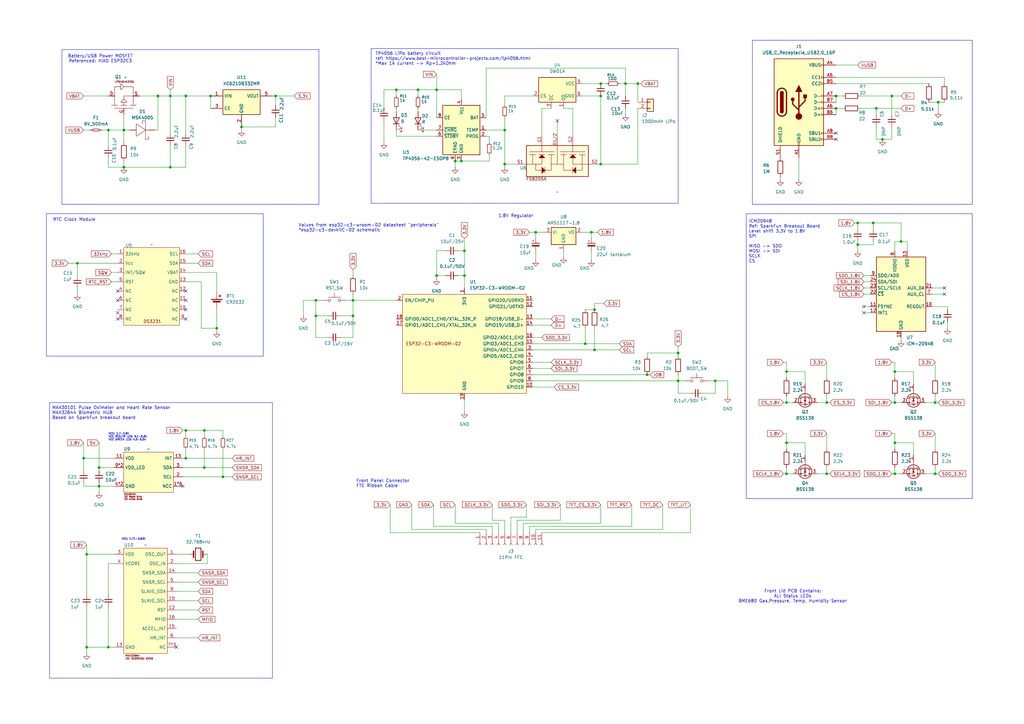
<source format=kicad_sch>
(kicad_sch (version 20250114) (generator "eeschema") (generator_version "9.0")
  (paper "A3")
  (title_block (title "Mission Control Watch - Version 2") (company "mechameka") (comment 1 "ESP32 circuit referenced from artronshop"))
  (rectangle (start 20.32 165.1) (end 111.76 278.13))
  (rectangle (start 19.05 87.63) (end 107.95 146.05))
  (rectangle (start 308.61 16.51) (end 398.78 83.82))
  (rectangle (start 306.07 87.63) (end 398.78 204.47))
  (rectangle (start 25.4 20.32) (end 130.81 83.82))
  (rectangle (start 152.2088 19.906) (end 278.13 83.406))
  (text "1.8V Regulator\n" (at 211.582 88.646 0) (effects (font (size 1.27 1.27))))
  (text "Values from esp32-c3-wroom-02 datasheet \"peripherals\"\n*esp32-c3-devkitC-02 schematic" (at 122.428 93.472 0) (effects (font (size 1.27 1.27)) (justify left)))
  (text "Front Panel Connector\nFTC Ribbon Cable" (at 146.05 198.374 0) (effects (font (size 1.27 1.27)) (justify left)))
  (text "Front Lid PCB Contains:\nALl Status LEDs\nBME680 Gas,Pressure, Temp, Humidity Sensor\n" (at 325.12 244.602 0) (effects (font (size 1.27 1.27))))
  (text "ICM20948\nRef: SparkFun Breakout Board\nLevel shift 3.3V to 1.8V\nSPI\n\nMISO -> SDO\nMOSI -> SDI\nSCLK\nCS" (at 307.086 99.06 0) (effects (font (size 1.27 1.27)) (justify left)))
  (text "VCC: 1.71-3.63V\n" (at 49.784 220.726 0) (effects (font (size 0.762 0.762)) (justify left top)))
  (text "RTC Clock Module" (at 30.48 90.17 0) (effects (font (size 1.27 1.27))))
  (text "TP4056 LiPo battery circuit\nref: https://www.best-microcontroller-projects.com/tp4056.html\n*Max 1A current -> Rp=1.2kOhm" (at 153.924 24.13 0) (effects (font (size 1.27 1.27)) (justify left)))
  (text "Battery/USB Power MOSFET\nReferenced: XIAO ESP32C3" (at 41.148 24.13 0) (effects (font (size 1.27 1.27))))
  (text "VCC: 1.7-2.0V\nVCC RED/IR LED: 3.1-5.0V\nVCC GREEN LED: 4.5-5.5V\n" (at 44.45 177.546 0) (effects (font (size 0.762 0.762)) (justify left top)))
  (text "MAX30101 Pulse Oximeter and Heart Rate Sensor\nMAX32644 Biometric HUB\nBased on SparkFun breakout board\n\n" (at 21.336 166.624 0) (effects (font (size 1.27 1.27)) (justify left top)))
  (junction (at 383.54 194.31))
  (junction (at 186.69 66.04))
  (junction (at 190.5 102.87))
  (junction (at 359.41 44.45))
  (junction (at 339.09 165.1))
  (junction (at 322.58 194.31))
  (junction (at 179.07 113.03))
  (junction (at 50.8 53.34))
  (junction (at 83.82 176.53))
  (junction (at 50.8 68.58))
  (junction (at 35.56 227.33))
  (junction (at 144.78 129.54))
  (junction (at 76.2 39.37))
  (junction (at 256.54 34.29))
  (junction (at 91.44 195.58))
  (junction (at 129.54 123.19))
  (junction (at 129.54 129.54))
  (junction (at 383.54 165.1))
  (junction (at 242.57 95.25))
  (junction (at 293.37 156.21))
  (junction (at 219.71 95.25))
  (junction (at 265.43 153.67))
  (junction (at 179.07 36.83))
  (junction (at 243.84 143.51))
  (junction (at 35.56 265.43))
  (junction (at 358.14 91.44))
  (junction (at 361.95 57.15))
  (junction (at 339.09 194.31))
  (junction (at 86.36 39.37))
  (junction (at 342.9 44.45))
  (junction (at 322.58 181.61))
  (junction (at 322.58 165.1))
  (junction (at 99.06 52.07))
  (junction (at 369.57 99.06))
  (junction (at 189.23 66.04))
  (junction (at 322.58 152.4))
  (junction (at 190.5 113.03))
  (junction (at 246.38 67.31))
  (junction (at 367.03 181.61))
  (junction (at 365.76 39.37))
  (junction (at 246.38 34.29))
  (junction (at 278.13 144.78))
  (junction (at 44.45 265.43))
  (junction (at 351.79 91.44))
  (junction (at 76.2 176.53))
  (junction (at 261.62 34.29))
  (junction (at 113.03 39.37))
  (junction (at 278.13 156.21))
  (junction (at 44.45 53.34))
  (junction (at 69.85 68.58))
  (junction (at 69.85 39.37))
  (junction (at 207.01 67.31))
  (junction (at 31.75 107.95))
  (junction (at 367.03 194.31))
  (junction (at 144.78 123.19))
  (junction (at 342.9 39.37))
  (junction (at 83.82 191.77))
  (junction (at 76.2 187.96))
  (junction (at 162.56 36.83))
  (junction (at 171.45 36.83))
  (junction (at 240.03 140.97))
  (junction (at 246.38 39.37))
  (junction (at 351.79 100.33))
  (junction (at 367.03 165.1))
  (junction (at 384.81 41.91))
  (junction (at 243.84 127))
  (junction (at 64.77 39.37))
  (junction (at 40.64 191.77))
  (junction (at 34.29 187.96))
  (junction (at 88.9 134.62))
  (junction (at 207.01 53.34))
  (junction (at 40.64 199.39))
  (junction (at 367.03 152.4))
  (no_connect (at 76.2 123.19))
  (no_connect (at 76.2 130.81))
  (no_connect (at 48.26 130.81))
  (no_connect (at 48.26 123.19))
  (no_connect (at 354.33 128.27))
  (no_connect (at 48.26 128.27))
  (no_connect (at 387.35 118.11))
  (no_connect (at 228.6 49.53))
  (no_connect (at 76.2 119.38))
  (no_connect (at 76.2 127))
  (no_connect (at 48.26 119.38))
  (no_connect (at 354.33 125.73))
  (no_connect (at 342.9 54.61))
  (no_connect (at 72.39 265.43))
  (no_connect (at 387.35 120.65))
  (no_connect (at 342.9 57.15))
  (no_connect (at 74.93 199.39))
  (wire (pts (xy 384.81 41.91) (xy 387.35 41.91)))
  (wire (pts (xy 358.14 100.33) (xy 351.79 100.33)))
  (wire (pts (xy 367.03 165.1) (xy 367.03 162.56)))
  (wire (pts (xy 76.2 39.37) (xy 86.36 39.37)))
  (wire (pts (xy 339.09 165.1) (xy 339.09 162.56)))
  (wire (pts (xy 50.8 53.34) (xy 50.8 58.42)))
  (wire (pts (xy 217.17 95.25) (xy 219.71 95.25)))
  (wire (pts (xy 383.54 194.31) (xy 384.81 194.31)))
  (wire (pts (xy 76.2 115.57) (xy 82.55 115.57)))
  (wire (pts (xy 83.82 176.53) (xy 91.44 176.53)))
  (wire (pts (xy 74.93 195.58) (xy 91.44 195.58)))
  (wire (pts (xy 322.58 181.61) (xy 322.58 184.15)))
  (wire (pts (xy 218.44 153.67) (xy 265.43 153.67)))
  (wire (pts (xy 278.13 144.78) (xy 278.13 146.05)))
  (wire (pts (xy 330.2 152.4) (xy 322.58 152.4)))
  (wire (pts (xy 218.44 148.59) (xy 226.06 148.59)))
  (wire (pts (xy 199.39 55.88) (xy 200.66 55.88)))
  (wire (pts (xy 374.65 157.48) (xy 374.65 152.4)))
  (wire (pts (xy 168.91 217.17) (xy 168.91 207.01)))
  (wire (pts (xy 271.78 217.17) (xy 219.71 217.17)))
  (wire (pts (xy 207.01 213.36) (xy 207.01 218.44)))
  (wire (pts (xy 113.03 48.26) (xy 113.03 52.07)))
  (wire (pts (xy 335.28 194.31) (xy 339.09 194.31)))
  (wire (pts (xy 367.03 99.06) (xy 367.03 102.87)))
  (wire (pts (xy 321.31 148.59) (xy 322.58 148.59)))
  (wire (pts (xy 359.41 52.07) (xy 359.41 57.15)))
  (wire (pts (xy 342.9 34.29) (xy 381 34.29)))
  (wire (pts (xy 81.28 246.38) (xy 72.39 246.38)))
  (wire (pts (xy 83.82 184.15) (xy 83.82 191.77)))
  (wire (pts (xy 190.5 113.03) (xy 190.5 118.11)))
  (wire (pts (xy 383.54 165.1) (xy 383.54 162.56)))
  (wire (pts (xy 245.11 67.31) (xy 246.38 67.31)))
  (wire (pts (xy 82.55 134.62) (xy 88.9 134.62)))
  (wire (pts (xy 83.82 179.07) (xy 83.82 176.53)))
  (wire (pts (xy 76.2 176.53) (xy 83.82 176.53)))
  (wire (pts (xy 139.7 138.43) (xy 144.78 138.43)))
  (wire (pts (xy 382.27 120.65) (xy 387.35 120.65)))
  (wire (pts (xy 129.54 123.19) (xy 124.46 123.19)))
  (wire (pts (xy 321.31 165.1) (xy 322.58 165.1)))
  (wire (pts (xy 330.2 181.61) (xy 322.58 181.61)))
  (wire (pts (xy 234.95 44.45) (xy 234.95 55.88)))
  (wire (pts (xy 45.72 104.14) (xy 48.26 104.14)))
  (wire (pts (xy 34.29 187.96) (xy 46.99 187.96)))
  (wire (pts (xy 179.07 36.83) (xy 179.07 48.26)))
  (wire (pts (xy 325.12 165.1) (xy 322.58 165.1)))
  (wire (pts (xy 382.27 125.73) (xy 388.62 125.73)))
  (wire (pts (xy 144.78 120.65) (xy 144.78 123.19)))
  (wire (pts (xy 44.45 68.58) (xy 50.8 68.58)))
  (wire (pts (xy 44.45 231.14) (xy 46.99 231.14)))
  (wire (pts (xy 199.39 218.44) (xy 199.39 217.17)))
  (wire (pts (xy 246.38 34.29) (xy 248.92 34.29)))
  (wire (pts (xy 186.69 207.01) (xy 186.69 214.63)))
  (wire (pts (xy 369.57 44.45) (xy 359.41 44.45)))
  (wire (pts (xy 369.57 139.7) (xy 369.57 138.43)))
  (wire (pts (xy 246.38 214.63) (xy 214.63 214.63)))
  (wire (pts (xy 50.8 46.99) (xy 50.8 53.34)))
  (wire (pts (xy 44.45 53.34) (xy 44.45 59.69)))
  (wire (pts (xy 238.76 34.29) (xy 246.38 34.29)))
  (wire (pts (xy 218.44 156.21) (xy 278.13 156.21)))
  (wire (pts (xy 207.01 67.31) (xy 207.01 68.58)))
  (wire (pts (xy 40.64 193.04) (xy 40.64 191.77)))
  (wire (pts (xy 171.45 44.45) (xy 171.45 45.72)))
  (wire (pts (xy 383.54 194.31) (xy 383.54 191.77)))
  (wire (pts (xy 34.29 181.61) (xy 34.29 187.96)))
  (wire (pts (xy 374.65 186.69) (xy 374.65 181.61)))
  (wire (pts (xy 91.44 179.07) (xy 91.44 176.53)))
  (wire (pts (xy 342.9 26.67) (xy 351.79 26.67)))
  (wire (pts (xy 57.15 39.37) (xy 64.77 39.37)))
  (wire (pts (xy 76.2 179.07) (xy 76.2 176.53)))
  (wire (pts (xy 387.35 34.29) (xy 387.35 31.75)))
  (wire (pts (xy 240.03 127) (xy 243.84 127)))
  (wire (pts (xy 243.84 143.51) (xy 254 143.51)))
  (wire (pts (xy 330.2 157.48) (xy 330.2 152.4)))
  (wire (pts (xy 218.44 138.43) (xy 222.25 138.43)))
  (wire (pts (xy 256.54 34.29) (xy 256.54 39.37)))
  (wire (pts (xy 342.9 44.45) (xy 342.9 46.99)))
  (wire (pts (xy 367.03 194.31) (xy 367.03 191.77)))
  (wire (pts (xy 227.33 158.75) (xy 218.44 158.75)))
  (wire (pts (xy 31.75 120.65) (xy 31.75 118.11)))
  (wire (pts (xy 330.2 186.69) (xy 330.2 181.61)))
  (wire (pts (xy 231.14 105.41) (xy 231.14 102.87)))
  (wire (pts (xy 256.54 44.45) (xy 256.54 46.99)))
  (wire (pts (xy 265.43 153.67) (xy 266.7 153.67)))
  (wire (pts (xy 40.64 199.39) (xy 40.64 198.12)))
  (wire (pts (xy 187.96 102.87) (xy 190.5 102.87)))
  (wire (pts (xy 381 41.91) (xy 384.81 41.91)))
  (wire (pts (xy 359.41 46.99) (xy 359.41 44.45)))
  (wire (pts (xy 358.14 100.33) (xy 358.14 99.06)))
  (wire (pts (xy 342.9 39.37) (xy 342.9 41.91)))
  (wire (pts (xy 201.93 215.9) (xy 201.93 218.44)))
  (wire (pts (xy 82.55 115.57) (xy 82.55 134.62)))
  (wire (pts (xy 384.81 41.91) (xy 384.81 45.72)))
  (wire (pts (xy 63.5 53.34) (xy 64.77 53.34)))
  (wire (pts (xy 369.57 165.1) (xy 367.03 165.1)))
  (wire (pts (xy 64.77 53.34) (xy 64.77 39.37)))
  (wire (pts (xy 81.28 261.62) (xy 72.39 261.62)))
  (wire (pts (xy 207.01 39.37) (xy 207.01 43.18)))
  (wire (pts (xy 351.79 91.44) (xy 351.79 93.98)))
  (wire (pts (xy 189.23 36.83) (xy 179.07 36.83)))
  (wire (pts (xy 369.57 91.44) (xy 369.57 99.06)))
  (wire (pts (xy 365.76 194.31) (xy 367.03 194.31)))
  (wire (pts (xy 27.94 107.95) (xy 31.75 107.95)))
  (wire (pts (xy 81.28 254) (xy 72.39 254)))
  (wire (pts (xy 142.24 123.19) (xy 144.78 123.19)))
  (wire (pts (xy 322.58 148.59) (xy 322.58 152.4)))
  (wire (pts (xy 367.03 181.61) (xy 367.03 184.15)))
  (wire (pts (xy 335.28 165.1) (xy 339.09 165.1)))
  (wire (pts (xy 254 34.29) (xy 256.54 34.29)))
  (wire (pts (xy 88.9 135.89) (xy 88.9 134.62)))
  (wire (pts (xy 34.29 53.34) (xy 36.83 53.34)))
  (wire (pts (xy 81.28 250.19) (xy 72.39 250.19)))
  (wire (pts (xy 321.31 194.31) (xy 322.58 194.31)))
  (wire (pts (xy 367.03 148.59) (xy 367.03 152.4)))
  (wire (pts (xy 342.9 44.45) (xy 345.44 44.45)))
  (wire (pts (xy 243.84 124.46) (xy 243.84 127)))
  (wire (pts (xy 351.79 100.33) (xy 351.79 102.87)))
  (wire (pts (xy 222.25 44.45) (xy 222.25 55.88)))
  (wire (pts (xy 201.93 213.36) (xy 207.01 213.36)))
  (wire (pts (xy 359.41 57.15) (xy 361.95 57.15)))
  (wire (pts (xy 321.31 177.8) (xy 322.58 177.8)))
  (wire (pts (xy 69.85 68.58) (xy 76.2 68.58)))
  (wire (pts (xy 44.45 265.43) (xy 46.99 265.43)))
  (wire (pts (xy 339.09 194.31) (xy 340.36 194.31)))
  (wire (pts (xy 83.82 191.77) (xy 95.25 191.77)))
  (wire (pts (xy 45.72 111.76) (xy 48.26 111.76)))
  (wire (pts (xy 132.08 123.19) (xy 129.54 123.19)))
  (wire (pts (xy 134.62 138.43) (xy 129.54 138.43)))
  (wire (pts (xy 354.33 128.27) (xy 356.87 128.27)))
  (wire (pts (xy 354.33 120.65) (xy 356.87 120.65)))
  (wire (pts (xy 265.43 146.05) (xy 265.43 144.78)))
  (wire (pts (xy 271.78 207.01) (xy 271.78 217.17)))
  (wire (pts (xy 76.2 104.14) (xy 81.28 104.14)))
  (wire (pts (xy 365.76 165.1) (xy 367.03 165.1)))
  (wire (pts (xy 179.07 113.03) (xy 182.88 113.03)))
  (wire (pts (xy 76.2 39.37) (xy 76.2 54.61)))
  (wire (pts (xy 199.39 48.26) (xy 199.39 27.94)))
  (wire (pts (xy 372.11 102.87) (xy 372.11 99.06)))
  (wire (pts (xy 379.73 165.1) (xy 383.54 165.1)))
  (wire (pts (xy 354.33 125.73) (xy 356.87 125.73)))
  (wire (pts (xy 234.95 44.45) (xy 231.14 44.45)))
  (wire (pts (xy 162.56 39.37) (xy 162.56 36.83)))
  (wire (pts (xy 388.62 132.08) (xy 388.62 134.62)))
  (wire (pts (xy 278.13 142.24) (xy 278.13 144.78)))
  (wire (pts (xy 293.37 156.21) (xy 298.45 156.21)))
  (wire (pts (xy 199.39 217.17) (xy 168.91 217.17)))
  (wire (pts (xy 219.71 95.25) (xy 219.71 97.79)))
  (wire (pts (xy 246.38 39.37) (xy 246.38 67.31)))
  (wire (pts (xy 160.02 218.44) (xy 196.85 218.44)))
  (wire (pts (xy 81.28 242.57) (xy 72.39 242.57)))
  (wire (pts (xy 34.29 199.39) (xy 40.64 199.39)))
  (wire (pts (xy 144.78 129.54) (xy 144.78 123.19)))
  (wire (pts (xy 290.83 156.21) (xy 293.37 156.21)))
  (wire (pts (xy 177.8 207.01) (xy 177.8 215.9)))
  (wire (pts (xy 246.38 207.01) (xy 246.38 214.63)))
  (wire (pts (xy 44.45 53.34) (xy 50.8 53.34)))
  (wire (pts (xy 379.73 194.31) (xy 383.54 194.31)))
  (wire (pts (xy 261.62 44.45) (xy 261.62 67.31)))
  (wire (pts (xy 72.39 227.33) (xy 77.47 227.33)))
  (wire (pts (xy 383.54 165.1) (xy 384.81 165.1)))
  (wire (pts (xy 187.96 113.03) (xy 190.5 113.03)))
  (wire (pts (xy 342.9 39.37) (xy 345.44 39.37)))
  (wire (pts (xy 325.12 194.31) (xy 322.58 194.31)))
  (wire (pts (xy 129.54 129.54) (xy 134.62 129.54)))
  (wire (pts (xy 35.56 227.33) (xy 35.56 243.84)))
  (wire (pts (xy 320.04 73.66) (xy 320.04 72.39)))
  (wire (pts (xy 69.85 39.37) (xy 69.85 54.61)))
  (wire (pts (xy 369.57 99.06) (xy 367.03 99.06)))
  (wire (pts (xy 45.72 115.57) (xy 48.26 115.57)))
  (wire (pts (xy 88.9 134.62) (xy 88.9 127)))
  (wire (pts (xy 171.45 53.34) (xy 179.07 53.34)))
  (wire (pts (xy 339.09 194.31) (xy 339.09 191.77)))
  (wire (pts (xy 228.6 49.53) (xy 228.6 55.88)))
  (wire (pts (xy 342.9 31.75) (xy 387.35 31.75)))
  (wire (pts (xy 113.03 39.37) (xy 113.03 43.18)))
  (wire (pts (xy 247.65 124.46) (xy 243.84 124.46)))
  (wire (pts (xy 35.56 265.43) (xy 44.45 265.43)))
  (wire (pts (xy 278.13 161.29) (xy 278.13 156.21)))
  (wire (pts (xy 219.71 217.17) (xy 219.71 218.44)))
  (wire (pts (xy 283.21 161.29) (xy 278.13 161.29)))
  (wire (pts (xy 162.56 55.88) (xy 179.07 55.88)))
  (wire (pts (xy 113.03 52.07) (xy 99.06 52.07)))
  (wire (pts (xy 144.78 138.43) (xy 144.78 129.54)))
  (wire (pts (xy 74.93 187.96) (xy 76.2 187.96)))
  (wire (pts (xy 76.2 111.76) (xy 88.9 111.76)))
  (wire (pts (xy 298.45 156.21) (xy 298.45 162.56)))
  (wire (pts (xy 76.2 107.95) (xy 81.28 107.95)))
  (wire (pts (xy 171.45 36.83) (xy 179.07 36.83)))
  (wire (pts (xy 261.62 34.29) (xy 261.62 41.91)))
  (wire (pts (xy 207.01 53.34) (xy 207.01 67.31)))
  (wire (pts (xy 189.23 66.04) (xy 186.69 66.04)))
  (wire (pts (xy 365.76 57.15) (xy 361.95 57.15)))
  (wire (pts (xy 369.57 39.37) (xy 365.76 39.37)))
  (wire (pts (xy 35.56 223.52) (xy 35.56 227.33)))
  (wire (pts (xy 76.2 176.53) (xy 74.93 176.53)))
  (wire (pts (xy 354.33 115.57) (xy 356.87 115.57)))
  (wire (pts (xy 214.63 214.63) (xy 214.63 218.44)))
  (wire (pts (xy 322.58 177.8) (xy 322.58 181.61)))
  (wire (pts (xy 64.77 39.37) (xy 69.85 39.37)))
  (wire (pts (xy 359.41 44.45) (xy 353.06 44.45)))
  (wire (pts (xy 218.44 151.13) (xy 226.06 151.13)))
  (wire (pts (xy 200.66 63.5) (xy 200.66 66.04)))
  (wire (pts (xy 200.66 66.04) (xy 189.23 66.04)))
  (wire (pts (xy 113.03 39.37) (xy 120.65 39.37)))
  (wire (pts (xy 99.06 53.34) (xy 99.06 52.07)))
  (wire (pts (xy 322.58 152.4) (xy 322.58 154.94)))
  (wire (pts (xy 53.34 53.34) (xy 50.8 53.34)))
  (wire (pts (xy 369.57 91.44) (xy 358.14 91.44)))
  (wire (pts (xy 339.09 148.59) (xy 339.09 154.94)))
  (wire (pts (xy 160.02 207.01) (xy 160.02 218.44)))
  (wire (pts (xy 339.09 177.8) (xy 339.09 184.15)))
  (wire (pts (xy 186.69 66.04) (xy 186.69 68.58)))
  (wire (pts (xy 242.57 102.87) (xy 242.57 106.68)))
  (wire (pts (xy 72.39 231.14) (xy 85.09 231.14)))
  (wire (pts (xy 339.09 165.1) (xy 340.36 165.1)))
  (wire (pts (xy 157.48 36.83) (xy 157.48 44.45)))
  (wire (pts (xy 204.47 214.63) (xy 204.47 218.44)))
  (wire (pts (xy 199.39 53.34) (xy 207.01 53.34)))
  (wire (pts (xy 91.44 184.15) (xy 91.44 195.58)))
  (wire (pts (xy 351.79 100.33) (xy 351.79 99.06)))
  (wire (pts (xy 85.09 227.33) (xy 85.09 231.14)))
  (wire (pts (xy 76.2 59.69) (xy 76.2 68.58)))
  (wire (pts (xy 240.03 134.62) (xy 240.03 140.97)))
  (wire (pts (xy 283.21 207.01) (xy 283.21 218.44)))
  (wire (pts (xy 179.07 102.87) (xy 179.07 113.03)))
  (wire (pts (xy 353.06 39.37) (xy 365.76 39.37)))
  (wire (pts (xy 40.64 199.39) (xy 46.99 199.39)))
  (wire (pts (xy 280.67 156.21) (xy 278.13 156.21)))
  (wire (pts (xy 190.5 97.79) (xy 190.5 102.87)))
  (wire (pts (xy 367.03 177.8) (xy 367.03 181.61)))
  (wire (pts (xy 162.56 36.83) (xy 157.48 36.83)))
  (wire (pts (xy 293.37 161.29) (xy 293.37 156.21)))
  (wire (pts (xy 322.58 165.1) (xy 322.58 162.56)))
  (wire (pts (xy 259.08 207.01) (xy 259.08 215.9)))
  (wire (pts (xy 34.29 198.12) (xy 34.29 199.39)))
  (wire (pts (xy 229.87 213.36) (xy 212.09 213.36)))
  (wire (pts (xy 365.76 177.8) (xy 367.03 177.8)))
  (wire (pts (xy 242.57 95.25) (xy 242.57 97.79)))
  (wire (pts (xy 40.64 191.77) (xy 46.99 191.77)))
  (wire (pts (xy 44.45 64.77) (xy 44.45 68.58)))
  (wire (pts (xy 186.69 214.63) (xy 204.47 214.63)))
  (wire (pts (xy 179.07 30.48) (xy 179.07 36.83)))
  (wire (pts (xy 35.56 267.97) (xy 35.56 265.43)))
  (wire (pts (xy 240.03 140.97) (xy 254 140.97)))
  (wire (pts (xy 69.85 36.83) (xy 69.85 39.37)))
  (wire (pts (xy 44.45 248.92) (xy 44.45 265.43)))
  (wire (pts (xy 212.09 213.36) (xy 212.09 218.44)))
  (wire (pts (xy 218.44 140.97) (xy 240.03 140.97)))
  (wire (pts (xy 144.78 123.19) (xy 162.56 123.19)))
  (wire (pts (xy 81.28 234.95) (xy 72.39 234.95)))
  (wire (pts (xy 222.25 44.45) (xy 226.06 44.45)))
  (wire (pts (xy 217.17 215.9) (xy 217.17 218.44)))
  (wire (pts (xy 129.54 129.54) (xy 129.54 123.19)))
  (wire (pts (xy 207.01 39.37) (xy 218.44 39.37)))
  (wire (pts (xy 162.56 53.34) (xy 162.56 55.88)))
  (wire (pts (xy 31.75 107.95) (xy 48.26 107.95)))
  (wire (pts (xy 76.2 187.96) (xy 95.25 187.96)))
  (wire (pts (xy 207.01 67.31) (xy 212.09 67.31)))
  (wire (pts (xy 190.5 163.83) (xy 190.5 168.91)))
  (wire (pts (xy 124.46 123.19) (xy 124.46 129.54)))
  (wire (pts (xy 354.33 113.03) (xy 356.87 113.03)))
  (wire (pts (xy 243.84 134.62) (xy 243.84 143.51)))
  (wire (pts (xy 388.62 125.73) (xy 388.62 127)))
  (wire (pts (xy 369.57 99.06) (xy 372.11 99.06)))
  (wire (pts (xy 218.44 143.51) (xy 243.84 143.51)))
  (wire (pts (xy 219.71 95.25) (xy 223.52 95.25)))
  (wire (pts (xy 91.44 195.58) (xy 95.25 195.58)))
  (wire (pts (xy 182.88 102.87) (xy 179.07 102.87)))
  (wire (pts (xy 74.93 191.77) (xy 83.82 191.77)))
  (wire (pts (xy 283.21 218.44) (xy 222.25 218.44)))
  (wire (pts (xy 229.87 207.01) (xy 229.87 213.36)))
  (wire (pts (xy 162.56 44.45) (xy 162.56 45.72)))
  (wire (pts (xy 162.56 36.83) (xy 171.45 36.83)))
  (wire (pts (xy 177.8 215.9) (xy 201.93 215.9)))
  (wire (pts (xy 86.36 39.37) (xy 86.36 44.45)))
  (wire (pts (xy 76.2 184.15) (xy 76.2 187.96)))
  (wire (pts (xy 179.07 114.3) (xy 179.07 113.03)))
  (wire (pts (xy 171.45 36.83) (xy 171.45 39.37)))
  (wire (pts (xy 34.29 187.96) (xy 34.29 193.04)))
  (wire (pts (xy 129.54 138.43) (xy 129.54 129.54)))
  (wire (pts (xy 157.48 49.53) (xy 157.48 58.42)))
  (wire (pts (xy 278.13 153.67) (xy 278.13 156.21)))
  (wire (pts (xy 382.27 118.11) (xy 387.35 118.11)))
  (wire (pts (xy 144.78 110.49) (xy 144.78 113.03)))
  (wire (pts (xy 218.44 130.81) (xy 226.06 130.81)))
  (wire (pts (xy 256.54 27.94) (xy 256.54 34.29)))
  (wire (pts (xy 190.5 102.87) (xy 190.5 113.03)))
  (wire (pts (xy 365.76 52.07) (xy 365.76 57.15)))
  (wire (pts (xy 288.29 161.29) (xy 293.37 161.29)))
  (wire (pts (xy 44.45 243.84) (xy 44.45 231.14)))
  (wire (pts (xy 199.39 27.94) (xy 256.54 27.94)))
  (wire (pts (xy 215.9 207.01) (xy 215.9 212.09)))
  (wire (pts (xy 34.29 39.37) (xy 44.45 39.37)))
  (wire (pts (xy 69.85 68.58) (xy 50.8 68.58)))
  (wire (pts (xy 259.08 215.9) (xy 217.17 215.9)))
  (wire (pts (xy 50.8 66.04) (xy 50.8 68.58)))
  (wire (pts (xy 256.54 34.29) (xy 261.62 34.29)))
  (wire (pts (xy 35.56 227.33) (xy 46.99 227.33)))
  (wire (pts (xy 367.03 152.4) (xy 367.03 154.94)))
  (wire (pts (xy 69.85 39.37) (xy 76.2 39.37)))
  (wire (pts (xy 246.38 67.31) (xy 261.62 67.31)))
  (wire (pts (xy 111.76 39.37) (xy 113.03 39.37)))
  (wire (pts (xy 265.43 144.78) (xy 278.13 144.78)))
  (wire (pts (xy 81.28 238.76) (xy 72.39 238.76)))
  (wire (pts (xy 374.65 181.61) (xy 367.03 181.61)))
  (wire (pts (xy 88.9 119.38) (xy 88.9 111.76)))
  (wire (pts (xy 365.76 148.59) (xy 367.03 148.59)))
  (wire (pts (xy 354.33 118.11) (xy 356.87 118.11)))
  (wire (pts (xy 358.14 91.44) (xy 351.79 91.44)))
  (wire (pts (xy 40.64 199.39) (xy 40.64 201.93)))
  (wire (pts (xy 209.55 212.09) (xy 209.55 218.44)))
  (wire (pts (xy 327.66 73.66) (xy 327.66 64.77)))
  (wire (pts (xy 139.7 129.54) (xy 144.78 129.54)))
  (wire (pts (xy 383.54 148.59) (xy 383.54 154.94)))
  (wire (pts (xy 41.91 53.34) (xy 44.45 53.34)))
  (wire (pts (xy 189.23 36.83) (xy 189.23 40.64)))
  (wire (pts (xy 207.01 48.26) (xy 207.01 53.34)))
  (wire (pts (xy 351.79 91.44) (xy 350.52 91.44)))
  (wire (pts (xy 262.89 34.29) (xy 261.62 34.29)))
  (wire (pts (xy 238.76 95.25) (xy 242.57 95.25)))
  (wire (pts (xy 218.44 133.35) (xy 226.06 133.35)))
  (wire (pts (xy 358.14 91.44) (xy 358.14 93.98)))
  (wire (pts (xy 35.56 248.92) (xy 35.56 265.43)))
  (wire (pts (xy 40.64 181.61) (xy 40.64 191.77)))
  (wire (pts (xy 201.93 207.01) (xy 201.93 213.36)))
  (wire (pts (xy 69.85 59.69) (xy 69.85 68.58)))
  (wire (pts (xy 215.9 212.09) (xy 209.55 212.09)))
  (wire (pts (xy 238.76 39.37) (xy 246.38 39.37)))
  (wire (pts (xy 369.57 194.31) (xy 367.03 194.31)))
  (wire (pts (xy 365.76 39.37) (xy 365.76 46.99)))
  (wire (pts (xy 200.66 55.88) (xy 200.66 58.42)))
  (wire (pts (xy 383.54 177.8) (xy 383.54 184.15)))
  (wire (pts (xy 374.65 152.4) (xy 367.03 152.4)))
  (wire (pts (xy 242.57 95.25) (xy 245.11 95.25)))
  (wire (pts (xy 31.75 113.03) (xy 31.75 107.95)))
  (wire (pts (xy 322.58 194.31) (xy 322.58 191.77)))
  (wire (pts (xy 219.71 102.87) (xy 219.71 106.68)))
  (global_label "SNSR_SDA" (shape input) (at 81.28 234.95 0) (property "Intersheetrefs" "${INTERSHEET_REFS}" (effects (hide yes))))
  (global_label "1.8V" (shape input) (at 365.76 177.8 180) (property "Intersheetrefs" "${INTERSHEET_REFS}" (effects (hide yes))))
  (global_label "HR_INT" (shape input) (at 95.25 187.96 0) (property "Intersheetrefs" "${INTERSHEET_REFS}" (effects (hide yes))))
  (global_label "SCLK_3.3V" (shape input) (at 201.93 207.01 180) (property "Intersheetrefs" "${INTERSHEET_REFS}" (effects (hide yes))))
  (global_label "VBAT" (shape input) (at 34.29 39.37 180) (property "Intersheetrefs" "${INTERSHEET_REFS}" (effects (hide yes))))
  (global_label "SCL" (shape input) (at 254 143.51 0) (property "Intersheetrefs" "${INTERSHEET_REFS}" (effects (hide yes))))
  (global_label "CS_3.3V" (shape input) (at 340.36 165.1 0) (property "Intersheetrefs" "${INTERSHEET_REFS}" (effects (hide yes))))
  (global_label "SCLK_1.8V" (shape input) (at 354.33 118.11 180) (property "Intersheetrefs" "${INTERSHEET_REFS}" (effects (hide yes))))
  (global_label "3.3V" (shape input) (at 120.65 39.37 0) (property "Intersheetrefs" "${INTERSHEET_REFS}" (effects (hide yes))))
  (global_label "SDO_3.3V" (shape input) (at 222.25 138.43 0) (property "Intersheetrefs" "${INTERSHEET_REFS}" (effects (hide yes))))
  (global_label "SDO_1.8V" (shape input) (at 365.76 194.31 180) (property "Intersheetrefs" "${INTERSHEET_REFS}" (effects (hide yes))))
  (global_label "TFT_LIT" (shape input) (at 283.21 207.01 180) (property "Intersheetrefs" "${INTERSHEET_REFS}" (effects (hide yes))))
  (global_label "1.8V" (shape input) (at 35.56 223.52 180) (property "Intersheetrefs" "${INTERSHEET_REFS}" (effects (hide yes))))
  (global_label "SCLK_1.8V" (shape input) (at 321.31 194.31 180) (property "Intersheetrefs" "${INTERSHEET_REFS}" (effects (hide yes))))
  (global_label "3.3V" (shape input) (at 383.54 148.59 180) (property "Intersheetrefs" "${INTERSHEET_REFS}" (effects (hide yes))))
  (global_label "D-" (shape input) (at 226.06 130.81 0) (property "Intersheetrefs" "${INTERSHEET_REFS}" (effects (hide yes))))
  (global_label "SDO_3.3V" (shape input) (at 384.81 194.31 0) (property "Intersheetrefs" "${INTERSHEET_REFS}" (effects (hide yes))))
  (global_label "1.8V" (shape input) (at 245.11 95.25 0) (property "Intersheetrefs" "${INTERSHEET_REFS}" (effects (hide yes))))
  (global_label "3.3V" (shape input) (at 217.17 95.25 180) (property "Intersheetrefs" "${INTERSHEET_REFS}" (effects (hide yes))))
  (global_label "SQW" (shape input) (at 45.72 111.76 180) (property "Intersheetrefs" "${INTERSHEET_REFS}" (effects (hide yes))))
  (global_label "SDi_3.3V" (shape input) (at 384.81 165.1 0) (property "Intersheetrefs" "${INTERSHEET_REFS}" (effects (hide yes))))
  (global_label "CS_3.3V" (shape input) (at 227.33 158.75 0) (property "Intersheetrefs" "${INTERSHEET_REFS}" (effects (hide yes))))
  (global_label "5V" (shape input) (at 40.64 181.61 180) (property "Intersheetrefs" "${INTERSHEET_REFS}" (effects (hide yes))))
  (global_label "1.8V" (shape input) (at 350.52 91.44 180) (property "Intersheetrefs" "${INTERSHEET_REFS}" (effects (hide yes))))
  (global_label "VIN" (shape input) (at 69.85 36.83 90) (property "Intersheetrefs" "${INTERSHEET_REFS}" (effects (hide yes))))
  (global_label "SDI_3.3V" (shape input) (at 226.06 151.13 0) (property "Intersheetrefs" "${INTERSHEET_REFS}" (effects (hide yes))))
  (global_label "1.8V" (shape input) (at 321.31 148.59 180) (property "Intersheetrefs" "${INTERSHEET_REFS}" (effects (hide yes))))
  (global_label "32kHz" (shape input) (at 45.72 104.14 180) (property "Intersheetrefs" "${INTERSHEET_REFS}" (effects (hide yes))))
  (global_label "VBAT" (shape input) (at 262.89 34.29 0) (property "Intersheetrefs" "${INTERSHEET_REFS}" (effects (hide yes))))
  (global_label "HR_INT" (shape input) (at 81.28 261.62 0) (property "Intersheetrefs" "${INTERSHEET_REFS}" (effects (hide yes))))
  (global_label "1.8V" (shape input) (at 34.29 181.61 180) (property "Intersheetrefs" "${INTERSHEET_REFS}" (effects (hide yes))))
  (global_label "SDO_3.3V" (shape input) (at 215.9 207.01 180) (property "Intersheetrefs" "${INTERSHEET_REFS}" (effects (hide yes))))
  (global_label "3.3V" (shape input) (at 144.78 110.49 90) (property "Intersheetrefs" "${INTERSHEET_REFS}" (effects (hide yes))))
  (global_label "3.3V" (shape input) (at 339.09 148.59 180) (property "Intersheetrefs" "${INTERSHEET_REFS}" (effects (hide yes))))
  (global_label "3.3V" (shape input) (at 190.5 97.79 90) (property "Intersheetrefs" "${INTERSHEET_REFS}" (effects (hide yes))))
  (global_label "SCL" (shape input) (at 81.28 104.14 0) (property "Intersheetrefs" "${INTERSHEET_REFS}" (effects (hide yes))))
  (global_label "SCLK_3.3V" (shape input) (at 226.06 148.59 0) (property "Intersheetrefs" "${INTERSHEET_REFS}" (effects (hide yes))))
  (global_label "RTC_RST" (shape input) (at 45.72 115.57 180) (property "Intersheetrefs" "${INTERSHEET_REFS}" (effects (hide yes))))
  (global_label "MFIO" (shape input) (at 81.28 254 0) (property "Intersheetrefs" "${INTERSHEET_REFS}" (effects (hide yes))))
  (global_label "D+" (shape input) (at 369.57 44.45 0) (property "Intersheetrefs" "${INTERSHEET_REFS}" (effects (hide yes))))
  (global_label "SDA" (shape input) (at 177.8 207.01 180) (property "Intersheetrefs" "${INTERSHEET_REFS}" (effects (hide yes))))
  (global_label "1.8V" (shape input) (at 321.31 177.8 180) (property "Intersheetrefs" "${INTERSHEET_REFS}" (effects (hide yes))))
  (global_label "3.3V" (shape input) (at 160.02 207.01 180) (property "Intersheetrefs" "${INTERSHEET_REFS}" (effects (hide yes))))
  (global_label "1.8V" (shape input) (at 74.93 176.53 180) (property "Intersheetrefs" "${INTERSHEET_REFS}" (effects (hide yes))))
  (global_label "TFT_CS_3.3V" (shape input) (at 246.38 207.01 180) (property "Intersheetrefs" "${INTERSHEET_REFS}" (effects (hide yes))))
  (global_label "SDO_1.8V" (shape input) (at 354.33 113.03 180) (property "Intersheetrefs" "${INTERSHEET_REFS}" (effects (hide yes))))
  (global_label "CS_1.8V" (shape input) (at 321.31 165.1 180) (property "Intersheetrefs" "${INTERSHEET_REFS}" (effects (hide yes))))
  (global_label "SDI_1.8V" (shape input) (at 354.33 115.57 180) (property "Intersheetrefs" "${INTERSHEET_REFS}" (effects (hide yes))))
  (global_label "TFT_RST" (shape input) (at 259.08 207.01 180) (property "Intersheetrefs" "${INTERSHEET_REFS}" (effects (hide yes))))
  (global_label "SDA" (shape input) (at 81.28 242.57 0) (property "Intersheetrefs" "${INTERSHEET_REFS}" (effects (hide yes))))
  (global_label "3.3V" (shape input) (at 247.65 124.46 0) (property "Intersheetrefs" "${INTERSHEET_REFS}" (effects (hide yes))))
  (global_label "IO8" (shape input) (at 266.7 153.67 0) (property "Intersheetrefs" "${INTERSHEET_REFS}" (effects (hide yes))))
  (global_label "SNSR_SCL" (shape input) (at 95.25 195.58 0) (property "Intersheetrefs" "${INTERSHEET_REFS}" (effects (hide yes))))
  (global_label "SNSR_SCL" (shape input) (at 81.28 238.76 0) (property "Intersheetrefs" "${INTERSHEET_REFS}" (effects (hide yes))))
  (global_label "GND" (shape input) (at 168.91 207.01 180) (property "Intersheetrefs" "${INTERSHEET_REFS}" (effects (hide yes))))
  (global_label "SCL" (shape input) (at 186.69 207.01 180) (property "Intersheetrefs" "${INTERSHEET_REFS}" (effects (hide yes))))
  (global_label "3.3V" (shape input) (at 339.09 177.8 180) (property "Intersheetrefs" "${INTERSHEET_REFS}" (effects (hide yes))))
  (global_label "VIN" (shape input) (at 179.07 30.48 180) (property "Intersheetrefs" "${INTERSHEET_REFS}" (effects (hide yes))))
  (global_label "3.3V" (shape input) (at 27.94 107.95 180) (property "Intersheetrefs" "${INTERSHEET_REFS}" (effects (hide yes))))
  (global_label "3.3V" (shape input) (at 383.54 177.8 180) (property "Intersheetrefs" "${INTERSHEET_REFS}" (effects (hide yes))))
  (global_label "1.8V" (shape input) (at 365.76 148.59 180) (property "Intersheetrefs" "${INTERSHEET_REFS}" (effects (hide yes))))
  (global_label "SDA" (shape input) (at 81.28 107.95 0) (property "Intersheetrefs" "${INTERSHEET_REFS}" (effects (hide yes))))
  (global_label "SCLK_3.3V" (shape input) (at 340.36 194.31 0) (property "Intersheetrefs" "${INTERSHEET_REFS}" (effects (hide yes))))
  (global_label "SDA" (shape input) (at 254 140.97 0) (property "Intersheetrefs" "${INTERSHEET_REFS}" (effects (hide yes))))
  (global_label "SNSR_SDA" (shape input) (at 95.25 191.77 0) (property "Intersheetrefs" "${INTERSHEET_REFS}" (effects (hide yes))))
  (global_label "RST" (shape input) (at 81.28 250.19 0) (property "Intersheetrefs" "${INTERSHEET_REFS}" (effects (hide yes))))
  (global_label "CS_1.8V" (shape input) (at 354.33 120.65 180) (property "Intersheetrefs" "${INTERSHEET_REFS}" (effects (hide yes))))
  (global_label "SDI_3.3V" (shape input) (at 229.87 207.01 180) (property "Intersheetrefs" "${INTERSHEET_REFS}" (effects (hide yes))))
  (global_label "SCL" (shape input) (at 81.28 246.38 0) (property "Intersheetrefs" "${INTERSHEET_REFS}" (effects (hide yes))))
  (global_label "VUSB" (shape input) (at 351.79 26.67 0) (property "Intersheetrefs" "${INTERSHEET_REFS}" (effects (hide yes))))
  (global_label "VUSB" (shape input) (at 34.29 53.34 180) (property "Intersheetrefs" "${INTERSHEET_REFS}" (effects (hide yes))))
  (global_label "SDI_1.8V" (shape input) (at 365.76 165.1 180) (property "Intersheetrefs" "${INTERSHEET_REFS}" (effects (hide yes))))
  (global_label "TFT_DC" (shape input) (at 271.78 207.01 180) (property "Intersheetrefs" "${INTERSHEET_REFS}" (effects (hide yes))))
  (global_label "D+" (shape input) (at 226.06 133.35 0) (property "Intersheetrefs" "${INTERSHEET_REFS}" (effects (hide yes))))
  (global_label "D-" (shape input) (at 369.57 39.37 0) (property "Intersheetrefs" "${INTERSHEET_REFS}" (effects (hide yes))))
  (global_label "3.3V" (shape input) (at 278.13 142.24 90) (property "Intersheetrefs" "${INTERSHEET_REFS}" (effects (hide yes))))
  (symbol (lib_id "Custom:USB_C_Receptacle_USB2.0_16P") (at 327.66 41.91 0) (unit 1)
    (property "Reference" "J1" (at 327.66 19.05 0))
    (property "Value" "USB_C_Receptacle_USB2.0_16P" (at 327.66 21.59 0))
    (property "Datasheet" "https://www.usb.org/sites/default/files/documents/usb_type-c.zip" (effects (hide yes)))
    (property "Description" "USB 2.0-only 16P Type-C Receptacle connector" (effects (hide yes)))
  )
  (symbol (lib_id "Custom:LED") (at 171.45 49.53 90) (unit 1)
    (property "Reference" "D2" (at 172.974 47.498 90) (effects (justify right)))
    (property "Value" "R" (at 172.974 50.038 90) (effects (justify right)))
    (property "Footprint" "LED_SMD:LED_0201_0603Metric_Pad0.64x0.40mm_HandSolder" (effects (hide yes)))
    (property "Description" "Light emitting diode" (effects (hide yes)))
    (property "Sim.Pins" "1=K 2=A" (effects (hide yes)))
  )
  (symbol (lib_id "Custom:Conn_01x11_Socket") (at 209.55 223.52 90) (mirror x) (unit 1)
    (property "Reference" "J3" (at 209.55 226.06 90))
    (property "Value" "11Pin FFC" (at 209.55 228.6 90))
    (property "Description" "Generic connector, single row, 01x11, script generated" (effects (hide yes)))
  )
  (symbol (lib_id "Custom:MAX30101") (at 50.8 185.42 0) (unit 1)
    (property "Reference" "U9" (at 52.07 184.15 0))
    (property "Value" "~" (at 60.96 184.15 0))
  )
  (symbol (lib_id "Custom:C_Small") (at 359.41 49.53 0) (mirror x) (unit 1)
    (property "Reference" "C6" (at 361.696 46.736 90))
    (property "Value" "DNP" (at 362.458 53.848 90))
    (property "Footprint" "Capacitor_SMD:C_0201_0603Metric" (effects (hide yes)))
    (property "Description" "Unpolarized capacitor, small symbol" (effects (hide yes)))
  )
  (symbol (lib_id "power:GND") (at 320.04 73.66 0) (unit 1)
    (property "Reference" "#PWR07" (effects (hide yes)))
    (property "Value" "GND" (at 320.04 78.74 0))
    (property "Description" "Power symbol creates a global label with name \"GND\" , ground" (effects (hide yes)))
  )
  (symbol (lib_id "power:GND") (at 190.5 168.91 0) (unit 1)
    (property "Reference" "#PWR01" (effects (hide yes)))
    (property "Value" "GND" (at 190.5 173.99 0))
    (property "Description" "Power symbol creates a global label with name \"GND\" , ground" (effects (hide yes)))
  )
  (symbol (lib_id "Custom:R") (at 349.25 44.45 270) (mirror x) (unit 1)
    (property "Reference" "R8" (at 353.568 46.228 90))
    (property "Value" "22" (at 353.568 48.768 90))
    (property "Footprint" "Resistor_SMD:R_0201_0603Metric_Pad0.64x0.40mm_HandSolder" (effects (hide yes)))
    (property "Description" "Resistor" (effects (hide yes)))
  )
  (symbol (lib_id "power:GND") (at 124.46 129.54 0) (unit 1)
    (property "Reference" "#PWR03" (effects (hide yes)))
    (property "Value" "GND" (at 124.46 134.62 0))
    (property "Description" "Power symbol creates a global label with name \"GND\" , ground" (effects (hide yes)))
  )
  (symbol (lib_id "power:GND") (at 327.66 73.66 0) (unit 1)
    (property "Reference" "#PWR06" (effects (hide yes)))
    (property "Value" "GND" (at 327.66 78.74 0))
    (property "Description" "Power symbol creates a global label with name \"GND\" , ground" (effects (hide yes)))
  )
  (symbol (lib_id "Custom:R_Small") (at 91.44 181.61 0) (unit 1)
    (property "Reference" "R27" (at 92.71 180.594 0) (effects (font (size 1.016 1.016)) (justify left)))
    (property "Value" "4.7k" (at 92.71 183.134 0) (effects (justify left)))
    (property "Footprint" "Resistor_SMD:R_0201_0603Metric_Pad0.64x0.40mm_HandSolder" (effects (hide yes)))
    (property "Description" "Resistor, small symbol" (effects (hide yes)))
  )
  (symbol (lib_id "Custom:TP4056-42-ESOP8") (at 189.23 53.34 0) (unit 1)
    (property "Reference" "U3" (at 165.1 62.484 0) (effects (justify left)))
    (property "Value" "TP4056-42-ESOP8" (at 165.1 65.024 0) (effects (justify left)))
    (property "Footprint" "Package_SO:SOIC-8-1EP_3.9x4.9mm_P1.27mm_EP2.41x3.3mm_ThermalVias" (effects (hide yes)))
    (property "Datasheet" "https://www.lcsc.com/datasheet/lcsc_datasheet_2410121619_TOPPOWER-Nanjing-Extension-Microelectronics-TP4056-42-ESOP8_C16581.pdf" (effects (hide yes)))
    (property "Description" "1A Standalone Linear Li-ion/LiPo single-cell battery charger, 4.2V ±1% charge voltage, VCC = 4.0..8.0V, SOIC-8 (SOP-8)" (effects (hide yes)))
  )
  (symbol (lib_id "Custom:C_Small") (at 44.45 246.38 0) (unit 1)
    (property "Reference" "C24" (at 38.862 246.38 0) (effects (justify left)))
    (property "Value" "1uF" (at 38.862 248.92 0) (effects (justify left)))
    (property "Footprint" "Capacitor_SMD:C_0201_0603Metric" (effects (hide yes)))
    (property "Description" "Unpolarized capacitor, small symbol" (effects (hide yes)))
  )
  (symbol (lib_id "Custom:C_Small") (at 31.75 115.57 0) (unit 1)
    (property "Reference" "C15" (at 25.908 112.014 0) (effects (justify left)))
    (property "Value" "1uF" (at 25.908 114.554 0) (effects (justify left)))
    (property "Footprint" "Capacitor_SMD:C_0201_0603Metric" (effects (hide yes)))
    (property "Description" "Unpolarized capacitor, small symbol" (effects (hide yes)))
  )
  (symbol (lib_id "power:GND") (at 99.06 53.34 0) (unit 1)
    (property "Reference" "#PWR010" (effects (hide yes)))
    (property "Value" "GND" (at 99.06 58.42 0))
    (property "Description" "Power symbol creates a global label with name \"GND\" , ground" (effects (hide yes)))
  )
  (symbol (lib_id "Custom:MAX32644") (at 50.8 224.79 0) (unit 1)
    (property "Reference" "U10" (at 52.832 223.52 0))
    (property "Value" "~" (at 59.69 223.52 0))
  )
  (symbol (lib_id "Custom:R") (at 349.25 39.37 90) (mirror x) (unit 1)
    (property "Reference" "R7" (at 353.822 35.56 90))
    (property "Value" "22" (at 353.822 38.1 90))
    (property "Footprint" "Resistor_SMD:R_0201_0603Metric_Pad0.64x0.40mm_HandSolder" (effects (hide yes)))
    (property "Description" "Resistor" (effects (hide yes)))
  )
  (symbol (lib_id "Custom:Conn_01x02") (at 266.7 41.91 0) (unit 1)
    (property "Reference" "J2" (at 263.144 47.244 0) (effects (justify left)))
    (property "Value" "1000mAh LiPo" (at 263.144 49.784 0) (effects (justify left)))
    (property "Description" "Generic connector, single row, 01x02, script generated (kicad-library-utils/schlib/autogen/connector/)" (effects (hide yes)))
  )
  (symbol (lib_id "power:GND") (at 35.56 267.97 0) (unit 1)
    (property "Reference" "#PWR024" (effects (hide yes)))
    (property "Value" "GND" (at 35.56 273.05 0))
    (property "Description" "Power symbol creates a global label with name \"GND\" , ground" (effects (hide yes)))
  )
  (symbol (lib_id "Custom:C_Small") (at 44.45 62.23 0) (unit 1)
    (property "Reference" "C10" (at 46.736 65.024 90))
    (property "Value" "0.1uF" (at 46.99 58.928 90))
    (property "Footprint" "Capacitor_SMD:C_0201_0603Metric" (effects (hide yes)))
    (property "Description" "Unpolarized capacitor, small symbol" (effects (hide yes)))
  )
  (symbol (lib_id "power:GND") (at 157.48 58.42 0) (unit 1)
    (property "Reference" "#PWR017" (effects (hide yes)))
    (property "Value" "GND" (at 157.48 63.5 0))
    (property "Description" "Power symbol creates a global label with name \"GND\" , ground" (effects (hide yes)))
  )
  (symbol (lib_id "Custom:R") (at 322.58 187.96 0) (mirror y) (unit 1)
    (property "Reference" "R21" (at 325.12 186.6899 0) (effects (justify right)))
    (property "Value" "2.2k" (at 325.12 189.2299 0) (effects (justify right)))
    (property "Footprint" "Resistor_SMD:R_0201_0603Metric_Pad0.64x0.40mm_HandSolder" (effects (hide yes)))
    (property "Description" "Resistor" (effects (hide yes)))
  )
  (symbol (lib_id "Custom:R_Small") (at 76.2 181.61 0) (unit 1)
    (property "Reference" "R15" (at 77.47 180.594 0) (effects (font (size 1.016 1.016)) (justify left)))
    (property "Value" "4.7k" (at 77.47 183.134 0) (effects (justify left)))
    (property "Footprint" "Resistor_SMD:R_0201_0603Metric_Pad0.64x0.40mm_HandSolder" (effects (hide yes)))
    (property "Description" "Resistor, small symbol" (effects (hide yes)))
  )
  (symbol (lib_id "Custom:R_Small") (at 162.56 41.91 0) (unit 1)
    (property "Reference" "R11" (at 163.83 39.37 0) (effects (font (size 1.016 1.016)) (justify left)))
    (property "Value" "1k" (at 163.83 41.1481 0) (effects (justify left)))
    (property "Footprint" "Resistor_SMD:R_0201_0603Metric_Pad0.64x0.40mm_HandSolder" (effects (hide yes)))
    (property "Description" "Resistor, small symbol" (effects (hide yes)))
  )
  (symbol (lib_id "power:GND") (at 351.79 102.87 0) (unit 1)
    (property "Reference" "#PWR015" (effects (hide yes)))
    (property "Value" "GND" (at 351.79 107.95 0))
    (property "Description" "Power symbol creates a global label with name \"GND\" , ground" (effects (hide yes)))
  )
  (symbol (lib_id "power:GND") (at 179.07 114.3 0) (unit 1)
    (property "Reference" "#PWR02" (effects (hide yes)))
    (property "Value" "GND" (at 179.07 119.38 0))
    (property "Description" "Power symbol creates a global label with name \"GND\" , ground" (effects (hide yes)))
  )
  (symbol (lib_id "Custom:R_Small") (at 251.46 34.29 90) (unit 1)
    (property "Reference" "R14" (at 248.92 30.734 90) (effects (font (size 1.016 1.016)) (justify right)))
    (property "Value" "100" (at 249.174 32.258 90) (effects (justify right)))
    (property "Footprint" "Resistor_SMD:R_0201_0603Metric_Pad0.64x0.40mm_HandSolder" (effects (hide yes)))
    (property "Description" "Resistor, small symbol" (effects (hide yes)))
  )
  (symbol (lib_id "Custom:C_Small") (at 185.42 102.87 270) (unit 1)
    (property "Reference" "C1" (at 185.4136 96.52 90))
    (property "Value" "10uF/25V" (at 185.4136 99.06 90))
    (property "Footprint" "Capacitor_SMD:C_0201_0603Metric" (effects (hide yes)))
    (property "Description" "Unpolarized capacitor, small symbol" (effects (hide yes)))
  )
  (symbol (lib_id "Custom:R") (at 367.03 187.96 0) (mirror y) (unit 1)
    (property "Reference" "R23" (at 369.57 186.6899 0) (effects (justify right)))
    (property "Value" "2.2k" (at 369.57 189.2299 0) (effects (justify right)))
    (property "Footprint" "Resistor_SMD:R_0201_0603Metric_Pad0.64x0.40mm_HandSolder" (effects (hide yes)))
    (property "Description" "Resistor" (effects (hide yes)))
  )
  (symbol (lib_id "power:GND") (at 31.75 120.65 0) (unit 1)
    (property "Reference" "#PWR013" (effects (hide yes)))
    (property "Value" "GND" (at 31.75 125.73 0))
    (property "Description" "Power symbol creates a global label with name \"GND\" , ground" (effects (hide yes)))
  )
  (symbol (lib_id "Custom:ESP32-C3-WROOM-02") (at 190.5 140.97 0) (unit 1)
    (property "Reference" "U1" (at 192.6433 115.57 0) (effects (justify left)))
    (property "Value" "ESP32-C3-WROOM-02" (at 192.6433 118.11 0) (effects (justify left)))
    (property "Footprint" "PCM_Espressif:ESP32-C3-WROOM-02" (effects (hide yes)))
    (property "Datasheet" "https://www.espressif.com/sites/default/files/documentation/esp32-c3-wroom-02_datasheet_en.pdf" (effects (hide yes)))
    (property "Description" "ESP32-C3-WROOM-02 is a general-purpose Wi-Fi and Bluetooth LE module. This module features a rich set of peripherals and high performance, which makes it an ideal choice for smart home, industrial automation, health care, consumer electronics, etc." (effects (hide yes)))
  )
  (symbol (lib_id "Custom:R") (at 367.03 158.75 0) (mirror y) (unit 1)
    (property "Reference" "R17" (at 369.57 157.4799 0) (effects (justify right)))
    (property "Value" "2.2k" (at 369.57 160.0199 0) (effects (justify right)))
    (property "Footprint" "Resistor_SMD:R_0201_0603Metric_Pad0.64x0.40mm_HandSolder" (effects (hide yes)))
    (property "Description" "Resistor" (effects (hide yes)))
  )
  (symbol (lib_id "power:GND") (at 361.95 57.15 0) (unit 1)
    (property "Reference" "#PWR08" (effects (hide yes)))
    (property "Value" "GND" (at 361.95 62.23 0))
    (property "Description" "Power symbol creates a global label with name \"GND\" , ground" (effects (hide yes)))
  )
  (symbol (lib_id "Custom:C_Small") (at 185.42 113.03 90) (unit 1)
    (property "Reference" "C2" (at 185.4263 106.68 90))
    (property "Value" "0.1uF/50V" (at 185.4263 109.22 90))
    (property "Footprint" "Capacitor_SMD:C_0201_0603Metric" (effects (hide yes)))
    (property "Description" "Unpolarized capacitor, small symbol" (effects (hide yes)))
  )
  (symbol (lib_id "Custom:C_Small") (at 35.56 246.38 0) (unit 1)
    (property "Reference" "C23" (at 28.956 246.38 0) (effects (justify left)))
    (property "Value" "1uF" (at 28.956 248.92 0) (effects (justify left)))
    (property "Footprint" "Capacitor_SMD:C_0201_0603Metric" (effects (hide yes)))
    (property "Description" "Unpolarized capacitor, small symbol" (effects (hide yes)))
  )
  (symbol (lib_id "Custom:C_Small") (at 351.79 96.52 0) (mirror x) (unit 1)
    (property "Reference" "C16" (at 347.472 96.774 0))
    (property "Value" "1.0uF" (at 348.234 99.314 0))
    (property "Footprint" "Capacitor_SMD:C_0201_0603Metric" (effects (hide yes)))
    (property "Description" "Unpolarized capacitor, small symbol" (effects (hide yes)))
  )
  (symbol (lib_id "Custom:DS3231") (at 50.8 101.6 0) (unit 1)
    (property "Reference" "U5" (at 52.832 100.584 0))
    (property "Value" "~" (at 62.23 100.33 0))
  )
  (symbol (lib_id "Custom:SW_Push") (at 285.75 156.21 0) (mirror y) (unit 1)
    (property "Reference" "SW2" (at 285.75 148.59 0))
    (property "Value" "BOOT_SW" (at 285.75 151.13 0))
    (property "Footprint" "Button_Switch_SMD:SW_SP3T_PCM13" (effects (hide yes)))
    (property "Description" "Push button switch, generic, two pins" (effects (hide yes)))
  )
  (symbol (lib_id "Custom:R") (at 243.84 130.81 0) (mirror x) (unit 1)
    (property "Reference" "R26" (at 249.682 131.064 0) (effects (justify right)))
    (property "Value" "4.7" (at 249.682 133.604 0) (effects (justify right)))
    (property "Footprint" "Resistor_SMD:R_0201_0603Metric_Pad0.64x0.40mm_HandSolder" (effects (hide yes)))
    (property "Description" "Resistor" (effects (hide yes)))
  )
  (symbol (lib_id "Custom:C_Small") (at 285.75 161.29 90) (mirror x) (unit 1)
    (property "Reference" "C4" (at 288.544 163.576 90))
    (property "Value" "0.1uF/50V" (at 281.432 164.338 90))
    (property "Footprint" "Capacitor_SMD:C_0201_0603Metric" (effects (hide yes)))
    (property "Description" "Unpolarized capacitor, small symbol" (effects (hide yes)))
  )
  (symbol (lib_id "Custom:C_Small") (at 246.38 36.83 0) (unit 1)
    (property "Reference" "C12" (at 250.698 38.354 0))
    (property "Value" "0.1uF" (at 251.46 40.132 0))
    (property "Footprint" "Capacitor_SMD:C_0201_0603Metric" (effects (hide yes)))
    (property "Description" "Unpolarized capacitor, small symbol" (effects (hide yes)))
  )
  (symbol (lib_id "Custom:LP0404N3T5G") (at 44.45 39.37 0) (unit 1)
    (property "Reference" "Q1" (at 48.514 31.496 0))
    (property "Value" "~" (at 51.435 31.75 0))
  )
  (symbol (lib_id "power:GND") (at 207.01 68.58 0) (unit 1)
    (property "Reference" "#PWR011" (effects (hide yes)))
    (property "Value" "GND" (at 207.01 73.66 0))
    (property "Description" "Power symbol creates a global label with name \"GND\" , ground" (effects (hide yes)))
  )
  (symbol (lib_id "Custom:C_Small") (at 365.76 49.53 0) (mirror x) (unit 1)
    (property "Reference" "C7" (at 368.046 46.736 90))
    (property "Value" "DNP" (at 368.808 53.848 90))
    (property "Footprint" "Capacitor_SMD:C_0201_0603Metric" (effects (hide yes)))
    (property "Description" "Unpolarized capacitor, small symbol" (effects (hide yes)))
  )
  (symbol (lib_id "Custom:C_Small") (at 358.14 96.52 0) (mirror x) (unit 1)
    (property "Reference" "C17" (at 362.458 96.266 0))
    (property "Value" "0.1uF" (at 362.712 99.06 0))
    (property "Footprint" "Capacitor_SMD:C_0201_0603Metric" (effects (hide yes)))
    (property "Description" "Unpolarized capacitor, small symbol" (effects (hide yes)))
  )
  (symbol (lib_id "Custom:AMS1117-1.8") (at 231.14 95.25 0) (unit 1)
    (property "Reference" "U8" (at 231.14 88.9 0))
    (property "Value" "AMS1117-1.8" (at 231.14 91.44 0))
    (property "Footprint" "Package_TO_SOT_SMD:SOT-223-3_TabPin2" (effects (hide yes)))
    (property "Datasheet" "http://www.advanced-monolithic.com/pdf/ds1117.pdf" (effects (hide yes)))
    (property "Description" "1A Low Dropout regulator, positive, 1.8V fixed output, SOT-223" (effects (hide yes)))
  )
  (symbol (lib_id "Custom:C_Small") (at 113.03 45.72 0) (unit 1)
    (property "Reference" "C11" (at 115.316 48.514 90))
    (property "Value" "2.2uF" (at 115.57 42.418 90))
    (property "Footprint" "Capacitor_SMD:C_0201_0603Metric" (effects (hide yes)))
    (property "Description" "Unpolarized capacitor, small symbol" (effects (hide yes)))
  )
  (symbol (lib_id "power:GND") (at 384.81 45.72 0) (unit 1)
    (property "Reference" "#PWR05" (effects (hide yes)))
    (property "Value" "GND" (at 384.81 50.8 0))
    (property "Description" "Power symbol creates a global label with name \"GND\" , ground" (effects (hide yes)))
  )
  (symbol (lib_id "power:GND") (at 50.8 68.58 0) (unit 1)
    (property "Reference" "#PWR09" (effects (hide yes)))
    (property "Value" "GND" (at 50.8 73.66 0))
    (property "Description" "Power symbol creates a global label with name \"GND\" , ground" (effects (hide yes)))
  )
  (symbol (lib_id "Custom:R") (at 278.13 149.86 0) (mirror y) (unit 1)
    (property "Reference" "R2" (at 275.59 148.5899 0) (effects (justify left)))
    (property "Value" "10k" (at 275.59 151.1299 0) (effects (justify left)))
    (property "Footprint" "Resistor_SMD:R_0201_0603Metric_Pad0.64x0.40mm_HandSolder" (effects (hide yes)))
    (property "Description" "Resistor" (effects (hide yes)))
  )
  (symbol (lib_id "power:GND") (at 219.71 106.68 0) (unit 1)
    (property "Reference" "#PWR021" (effects (hide yes)))
    (property "Value" "GND" (at 216.916 109.982 0))
    (property "Description" "Power symbol creates a global label with name \"GND\" , ground" (effects (hide yes)))
  )
  (symbol (lib_id "Custom:R") (at 144.78 116.84 0) (unit 1)
    (property "Reference" "R1" (at 147.32 115.5699 0) (effects (justify left)))
    (property "Value" "10k" (at 147.32 118.1099 0) (effects (justify left)))
    (property "Footprint" "Resistor_SMD:R_0201_0603Metric_Pad0.64x0.40mm_HandSolder" (effects (hide yes)))
    (property "Description" "Resistor" (effects (hide yes)))
  )
  (symbol (lib_id "power:GND") (at 231.14 105.41 0) (unit 1)
    (property "Reference" "#PWR020" (effects (hide yes)))
    (property "Value" "GND" (at 228.346 108.712 0))
    (property "Description" "Power symbol creates a global label with name \"GND\" , ground" (effects (hide yes)))
  )
  (symbol (lib_id "Custom:R") (at 240.03 130.81 0) (mirror x) (unit 1)
    (property "Reference" "R25" (at 238.252 131.318 0) (effects (justify right)))
    (property "Value" "4.7" (at 238.252 133.858 0) (effects (justify right)))
    (property "Footprint" "Resistor_SMD:R_0201_0603Metric_Pad0.64x0.40mm_HandSolder" (effects (hide yes)))
    (property "Description" "Resistor" (effects (hide yes)))
  )
  (symbol (lib_id "power:GND") (at 256.54 46.99 0) (unit 1)
    (property "Reference" "#PWR019" (effects (hide yes)))
    (property "Value" "GND" (at 256.54 52.07 0))
    (property "Description" "Power symbol creates a global label with name \"GND\" , ground" (effects (hide yes)))
  )
  (symbol (lib_id "Custom:R") (at 320.04 68.58 0) (mirror y) (unit 1)
    (property "Reference" "R6" (at 312.928 67.818 0) (effects (justify right)))
    (property "Value" "1M" (at 312.928 70.358 0) (effects (justify right)))
    (property "Footprint" "Resistor_SMD:R_0201_0603Metric_Pad0.64x0.40mm_HandSolder" (effects (hide yes)))
    (property "Description" "Resistor" (effects (hide yes)))
  )
  (symbol (lib_id "Custom:ICM-20948") (at 369.57 120.65 0) (unit 1)
    (property "Reference" "U7" (at 371.7133 138.43 0) (effects (justify left)))
    (property "Value" "ICM-20948" (at 371.7133 140.97 0) (effects (justify left)))
    (property "Footprint" "Sensor_Motion:InvenSense_QFN-24_3x3mm_P0.4mm" (effects (hide yes)))
    (property "Datasheet" "http://www.invensense.com/wp-content/uploads/2016/06/DS-000189-ICM-20948-v1.3.pdf" (effects (hide yes)))
    (property "Description" "InvenSense 9-Axis Motion Sensor, Accelerometer, Gyroscope, Compass, I2C/SPI, QFN-24" (effects (hide yes)))
  )
  (symbol (lib_id "Custom:C_Small") (at 137.16 129.54 270) (unit 1)
    (property "Reference" "C5" (at 134.366 131.826 90))
    (property "Value" "0.1uF/50V" (at 140.97 132.588 90))
    (property "Footprint" "Capacitor_SMD:C_0201_0603Metric" (effects (hide yes)))
    (property "Description" "Unpolarized capacitor, small symbol" (effects (hide yes)))
  )
  (symbol (lib_id "Custom:BSS138") (at 374.65 191.77 270) (unit 1)
    (property "Reference" "Q5" (at 374.65 198.12 90))
    (property "Value" "BSS138" (at 374.65 200.66 90))
    (property "Footprint" "Package_TO_SOT_SMD:SOT-23" (effects (hide yes)))
    (property "Datasheet" "https://www.onsemi.com/pub/Collateral/BSS138-D.PDF" (effects (hide yes)))
    (property "Description" "50V Vds, 0.22A Id, N-Channel MOSFET, SOT-23" (effects (hide yes)))
  )
  (symbol (lib_id "Custom:Battery_Cell") (at 88.9 124.46 0) (unit 1)
    (property "Reference" "BT1" (at 92.71 121.3484 0) (effects (justify left)))
    (property "Value" "CR2032" (at 92.71 123.8884 0) (effects (justify left)))
    (property "Description" "Single-cell battery" (effects (hide yes)))
  )
  (symbol (lib_id "Custom:C_Small") (at 69.85 57.15 0) (unit 1)
    (property "Reference" "C8" (at 72.136 59.944 90))
    (property "Value" "2.2uF" (at 72.39 53.848 90))
    (property "Footprint" "Capacitor_SMD:C_0201_0603Metric" (effects (hide yes)))
    (property "Description" "Unpolarized capacitor, small symbol" (effects (hide yes)))
  )
  (symbol (lib_name "MSK4005_1") (lib_id "Custom:MSK4005") (at 53.34 53.34 0) (unit 1)
    (property "Reference" "D1" (at 58.42 45.72 0))
    (property "Value" "MSK4005" (at 58.42 48.26 0))
    (property "Footprint" "Diode_SMD:D_SOD-882" (effects (hide yes)))
  )
  (symbol (lib_id "Custom:C_Small") (at 76.2 57.15 0) (unit 1)
    (property "Reference" "C9" (at 78.486 59.944 90))
    (property "Value" "2.2uF" (at 78.74 53.848 90))
    (property "Footprint" "Capacitor_SMD:C_0201_0603Metric" (effects (hide yes)))
    (property "Description" "Unpolarized capacitor, small symbol" (effects (hide yes)))
  )
  (symbol (lib_id "Custom:R") (at 50.8 62.23 0) (unit 1)
    (property "Reference" "R9" (at 53.34 60.9599 0) (effects (justify left)))
    (property "Value" "10k" (at 53.34 63.4999 0) (effects (justify left)))
    (property "Footprint" "Resistor_SMD:R_0201_0603Metric_Pad0.64x0.40mm_HandSolder" (effects (hide yes)))
    (property "Description" "Resistor" (effects (hide yes)))
  )
  (symbol (lib_id "Custom:C_Small") (at 34.29 195.58 0) (unit 1)
    (property "Reference" "C21" (at 27.686 195.58 0) (effects (justify left)))
    (property "Value" "0.1uF" (at 27.686 198.12 0) (effects (justify left)))
    (property "Footprint" "Capacitor_SMD:C_0201_0603Metric" (effects (hide yes)))
    (property "Description" "Unpolarized capacitor, small symbol" (effects (hide yes)))
  )
  (symbol (lib_id "power:GND") (at 186.69 68.58 0) (unit 1)
    (property "Reference" "#PWR018" (effects (hide yes)))
    (property "Value" "GND" (at 186.69 73.66 0))
    (property "Description" "Power symbol creates a global label with name \"GND\" , ground" (effects (hide yes)))
  )
  (symbol (lib_id "Regulator_Linear:XC6210B332MR") (at 99.06 41.91 0) (unit 1)
    (property "Reference" "U11" (at 99.06 31.75 0))
    (property "Value" "XC6210B332MR" (at 99.06 34.29 0))
    (property "Footprint" "Package_TO_SOT_SMD:SOT-23-5" (effects (hide yes)))
    (property "Datasheet" "https://www.torexsemi.com/file/xc6210/XC6210.pdf" (effects (hide yes)))
    (property "Description" "700mA, Low Drop-out Voltage Regulator, Fixed Output 3.3V, SOT-23-5" (effects (hide yes)))
  )
  (symbol (lib_id "Custom:R") (at 322.58 158.75 0) (mirror y) (unit 1)
    (property "Reference" "R19" (at 325.12 157.4799 0) (effects (justify right)))
    (property "Value" "2.2k" (at 325.12 160.0199 0) (effects (justify right)))
    (property "Footprint" "Resistor_SMD:R_0201_0603Metric_Pad0.64x0.40mm_HandSolder" (effects (hide yes)))
    (property "Description" "Resistor" (effects (hide yes)))
  )
  (symbol (lib_id "Custom:C_Small") (at 157.48 46.99 0) (unit 1)
    (property "Reference" "C14" (at 154.686 43.18 0))
    (property "Value" "0.1uF" (at 155.448 45.212 0))
    (property "Footprint" "Capacitor_SMD:C_0201_0603Metric" (effects (hide yes)))
    (property "Description" "Unpolarized capacitor, small symbol" (effects (hide yes)))
  )
  (symbol (lib_id "Custom:R_Small") (at 200.66 60.96 0) (unit 1)
    (property "Reference" "R12" (at 202.184 58.928 0) (effects (font (size 1.016 1.016)) (justify left)))
    (property "Value" "1.2k" (at 201.93 60.706 0) (effects (justify left)))
    (property "Footprint" "Resistor_SMD:R_0201_0603Metric_Pad0.64x0.40mm_HandSolder" (effects (hide yes)))
    (property "Description" "Resistor, small symbol" (effects (hide yes)))
  )
  (symbol (lib_id "power:GND") (at 369.57 139.7 0) (unit 1)
    (property "Reference" "#PWR014" (effects (hide yes)))
    (property "Value" "GND" (at 366.776 143.002 0))
    (property "Description" "Power symbol creates a global label with name \"GND\" , ground" (effects (hide yes)))
  )
  (symbol (lib_id "Custom:C_Small") (at 256.54 41.91 0) (unit 1)
    (property "Reference" "C13" (at 252.476 44.704 0))
    (property "Value" "10uF" (at 253.238 46.482 0))
    (property "Footprint" "Capacitor_SMD:C_0201_0603Metric" (effects (hide yes)))
    (property "Description" "Unpolarized capacitor, small symbol" (effects (hide yes)))
  )
  (symbol (lib_id "power:GND") (at 388.62 134.62 0) (unit 1)
    (property "Reference" "#PWR016" (effects (hide yes)))
    (property "Value" "GND" (at 388.62 139.7 0))
    (property "Description" "Power symbol creates a global label with name \"GND\" , ground" (effects (hide yes)))
  )
  (symbol (lib_id "Custom:C_Polarized_Small") (at 242.57 100.33 0) (unit 1)
    (property "Reference" "C20" (at 244.602 101.854 0) (effects (justify left)))
    (property "Value" "22uF tantalum" (at 244.602 104.394 0) (effects (justify left)))
    (property "Footprint" "Capacitor_Tantalum_SMD:CP_EIA-1608-08_AVX-J_HandSolder" (effects (hide yes)))
    (property "Description" "Polarized capacitor, small symbol" (effects (hide yes)))
  )
  (symbol (lib_id "Custom:R") (at 339.09 158.75 0) (mirror y) (unit 1)
    (property "Reference" "R20" (at 341.63 157.4799 0) (effects (justify right)))
    (property "Value" "2.2k" (at 341.63 160.0199 0) (effects (justify right)))
    (property "Footprint" "Resistor_SMD:R_0201_0603Metric_Pad0.64x0.40mm_HandSolder" (effects (hide yes)))
    (property "Description" "Resistor" (effects (hide yes)))
  )
  (symbol (lib_id "Custom:C_Polarized_Small") (at 219.71 100.33 0) (unit 1)
    (property "Reference" "C19" (at 213.106 101.092 0) (effects (justify left)))
    (property "Value" "10uF" (at 213.106 103.632 0) (effects (justify left)))
    (property "Footprint" "Capacitor_SMD:C_0201_0603Metric" (effects (hide yes)))
    (property "Description" "Polarized capacitor, small symbol" (effects (hide yes)))
  )
  (symbol (lib_id "Custom:Crystal") (at 81.28 227.33 0) (unit 1)
    (property "Reference" "Y1" (at 81.28 219.71 0))
    (property "Value" "32.768kHz" (at 81.28 222.25 0))
    (property "Footprint" "Crystal:Crystal_SMD_0603-2Pin_6.0x3.5mm_HandSoldering" (effects (hide yes)))
    (property "Description" "Two pin crystal" (effects (hide yes)))
  )
  (symbol (lib_id "Custom:R") (at 387.35 38.1 0) (mirror y) (unit 1)
    (property "Reference" "R5" (at 392.43 37.846 0) (effects (justify left)))
    (property "Value" "5.11k" (at 394.97 40.132 0) (effects (justify left)))
    (property "Footprint" "Resistor_SMD:R_0201_0603Metric_Pad0.64x0.40mm_HandSolder" (effects (hide yes)))
    (property "Description" "Resistor" (effects (hide yes)))
  )
  (symbol (lib_id "Custom:R_Small") (at 83.82 181.61 0) (unit 1)
    (property "Reference" "R16" (at 85.09 180.594 0) (effects (font (size 1.016 1.016)) (justify left)))
    (property "Value" "4.7k" (at 85.09 183.134 0) (effects (justify left)))
    (property "Footprint" "Resistor_SMD:R_0201_0603Metric_Pad0.64x0.40mm_HandSolder" (effects (hide yes)))
    (property "Description" "Resistor, small symbol" (effects (hide yes)))
  )
  (symbol (lib_id "power:GND") (at 242.57 106.68 0) (unit 1)
    (property "Reference" "#PWR022" (effects (hide yes)))
    (property "Value" "GND" (at 239.776 109.982 0))
    (property "Description" "Power symbol creates a global label with name \"GND\" , ground" (effects (hide yes)))
  )
  (symbol (lib_id "Custom:R") (at 383.54 187.96 0) (mirror y) (unit 1)
    (property "Reference" "R24" (at 386.08 186.6899 0) (effects (justify right)))
    (property "Value" "2.2k" (at 386.08 189.2299 0) (effects (justify right)))
    (property "Footprint" "Resistor_SMD:R_0201_0603Metric_Pad0.64x0.40mm_HandSolder" (effects (hide yes)))
    (property "Description" "Resistor" (effects (hide yes)))
  )
  (symbol (lib_id "Custom:LED") (at 162.56 49.53 90) (unit 1)
    (property "Reference" "D3" (at 164.338 47.244 90) (effects (justify right)))
    (property "Value" "B" (at 164.338 49.784 90) (effects (justify right)))
    (property "Footprint" "LED_SMD:LED_0201_0603Metric_Pad0.64x0.40mm_HandSolder" (effects (hide yes)))
    (property "Description" "Light emitting diode" (effects (hide yes)))
    (property "Sim.Pins" "1=K 2=A" (effects (hide yes)))
  )
  (symbol (lib_id "Custom:C_Small") (at 388.62 129.54 0) (mirror x) (unit 1)
    (property "Reference" "C18" (at 384.302 129.794 0))
    (property "Value" "0.1uF" (at 385.064 132.334 0))
    (property "Footprint" "Capacitor_SMD:C_0201_0603Metric" (effects (hide yes)))
    (property "Description" "Unpolarized capacitor, small symbol" (effects (hide yes)))
  )
  (symbol (lib_id "Custom:DW01A") (at 228.6 36.83 0) (mirror y) (unit 1)
    (property "Reference" "U4" (at 228.6 26.67 0))
    (property "Value" "DW01A" (at 228.6 29.21 0))
    (property "Footprint" "Package_TO_SOT_SMD:SOT-23-6" (effects (hide yes)))
    (property "Datasheet" "https://hmsemi.com/downfile/DW01A.PDF" (effects (hide yes)))
    (property "Description" "Overcharge, overcurrent and overdischarge protection IC for single cell lithium-ion/polymer battery" (effects (hide yes)))
  )
  (symbol (lib_id "Custom:SW_Push") (at 137.16 123.19 0) (unit 1)
    (property "Reference" "SW1" (at 137.16 115.57 0))
    (property "Value" "RST_SW" (at 137.16 118.11 0))
    (property "Footprint" "Button_Switch_SMD:SW_SP3T_PCM13" (effects (hide yes)))
    (property "Description" "Push button switch, generic, two pins" (effects (hide yes)))
  )
  (symbol (lib_id "Custom:R_Small") (at 207.01 45.72 0) (unit 1)
    (property "Reference" "R13" (at 208.534 43.688 0) (effects (font (size 1.016 1.016)) (justify left)))
    (property "Value" "1k" (at 208.28 45.466 0) (effects (justify left)))
    (property "Footprint" "Resistor_SMD:R_0201_0603Metric_Pad0.64x0.40mm_HandSolder" (effects (hide yes)))
    (property "Description" "Resistor, small symbol" (effects (hide yes)))
  )
  (symbol (lib_id "Custom:C_Small") (at 40.64 195.58 0) (unit 1)
    (property "Reference" "C22" (at 43.18 194.3162 0) (effects (justify left)))
    (property "Value" "10uF" (at 43.18 196.8562 0) (effects (justify left)))
    (property "Footprint" "Capacitor_SMD:C_0201_0603Metric" (effects (hide yes)))
    (property "Description" "Unpolarized capacitor, small symbol" (effects (hide yes)))
  )
  (symbol (lib_id "Custom:BSS138") (at 330.2 162.56 270) (unit 1)
    (property "Reference" "Q3" (at 330.2 168.91 90))
    (property "Value" "BSS138" (at 330.2 171.45 90))
    (property "Footprint" "Package_TO_SOT_SMD:SOT-23" (effects (hide yes)))
    (property "Datasheet" "https://www.onsemi.com/pub/Collateral/BSS138-D.PDF" (effects (hide yes)))
    (property "Description" "50V Vds, 0.22A Id, N-Channel MOSFET, SOT-23" (effects (hide yes)))
  )
  (symbol (lib_id "Custom:R") (at 265.43 149.86 0) (mirror x) (unit 1)
    (property "Reference" "R3" (at 262.89 148.5899 0) (effects (justify right)))
    (property "Value" "10k" (at 262.89 151.1299 0) (effects (justify right)))
    (property "Footprint" "Resistor_SMD:R_0201_0603Metric_Pad0.64x0.40mm_HandSolder" (effects (hide yes)))
    (property "Description" "Resistor" (effects (hide yes)))
  )
  (symbol (lib_id "power:GND") (at 40.64 201.93 0) (unit 1)
    (property "Reference" "#PWR023" (effects (hide yes)))
    (property "Value" "GND" (at 40.64 207.01 0))
    (property "Description" "Power symbol creates a global label with name \"GND\" , ground" (effects (hide yes)))
  )
  (symbol (lib_id "Custom:R") (at 383.54 158.75 0) (mirror y) (unit 1)
    (property "Reference" "R18" (at 386.08 157.4799 0) (effects (justify right)))
    (property "Value" "2.2k" (at 386.08 160.0199 0) (effects (justify right)))
    (property "Footprint" "Resistor_SMD:R_0201_0603Metric_Pad0.64x0.40mm_HandSolder" (effects (hide yes)))
    (property "Description" "Resistor" (effects (hide yes)))
  )
  (symbol (lib_id "Custom:C_Small") (at 137.16 138.43 270) (unit 1)
    (property "Reference" "C3" (at 134.366 140.716 90))
    (property "Value" "1uF/16V" (at 140.462 140.97 90))
    (property "Footprint" "Capacitor_SMD:C_0201_0603Metric" (effects (hide yes)))
    (property "Description" "Unpolarized capacitor, small symbol" (effects (hide yes)))
  )
  (symbol (lib_id "Custom:R") (at 381 38.1 0) (mirror y) (unit 1)
    (property "Reference" "R4" (at 377.698 42.164 0) (effects (justify right)))
    (property "Value" "5.11k" (at 377.698 44.704 0) (effects (justify right)))
    (property "Footprint" "Resistor_SMD:R_0201_0603Metric_Pad0.64x0.40mm_HandSolder" (effects (hide yes)))
    (property "Description" "Resistor" (effects (hide yes)))
  )
  (symbol (lib_id "power:GND") (at 298.45 162.56 0) (mirror y) (unit 1)
    (property "Reference" "#PWR04" (effects (hide yes)))
    (property "Value" "GND" (at 298.45 167.64 0))
    (property "Description" "Power symbol creates a global label with name \"GND\" , ground" (effects (hide yes)))
  )
  (symbol (lib_id "Custom:R") (at 339.09 187.96 0) (mirror y) (unit 1)
    (property "Reference" "R22" (at 341.63 186.6899 0) (effects (justify right)))
    (property "Value" "2.2k" (at 341.63 189.2299 0) (effects (justify right)))
    (property "Footprint" "Resistor_SMD:R_0201_0603Metric_Pad0.64x0.40mm_HandSolder" (effects (hide yes)))
    (property "Description" "Resistor" (effects (hide yes)))
  )
  (symbol (lib_id "Custom:R_Small") (at 171.45 41.91 0) (unit 1)
    (property "Reference" "R10" (at 172.974 39.878 0) (effects (font (size 1.016 1.016)) (justify left)))
    (property "Value" "1k" (at 172.72 41.656 0) (effects (justify left)))
    (property "Footprint" "Resistor_SMD:R_0201_0603Metric_Pad0.64x0.40mm_HandSolder" (effects (hide yes)))
    (property "Description" "Resistor, small symbol" (effects (hide yes)))
  )
  (symbol (lib_id "Custom:BSS138") (at 330.2 191.77 270) (unit 1)
    (property "Reference" "Q4" (at 330.2 198.12 90))
    (property "Value" "BSS138" (at 330.2 200.66 90))
    (property "Footprint" "Package_TO_SOT_SMD:SOT-23" (effects (hide yes)))
    (property "Datasheet" "https://www.onsemi.com/pub/Collateral/BSS138-D.PDF" (effects (hide yes)))
    (property "Description" "50V Vds, 0.22A Id, N-Channel MOSFET, SOT-23" (effects (hide yes)))
  )
  (symbol (lib_id "Custom:BSS138") (at 374.65 162.56 270) (unit 1)
    (property "Reference" "Q2" (at 374.65 168.91 90))
    (property "Value" "BSS138" (at 374.65 171.45 90))
    (property "Footprint" "Package_TO_SOT_SMD:SOT-23" (effects (hide yes)))
    (property "Datasheet" "https://www.onsemi.com/pub/Collateral/BSS138-D.PDF" (effects (hide yes)))
    (property "Description" "50V Vds, 0.22A Id, N-Channel MOSFET, SOT-23" (effects (hide yes)))
  )
  (symbol (lib_id "Custom:FS8205A") (at 213.36 67.31 0) (unit 1)
    (property "Reference" "U6" (at 214.63 68.834 0))
    (property "Value" "~" (at 228.6 78.74 0))
  )
  (symbol (lib_id "Custom:Fuse_Small") (at 39.37 53.34 0) (unit 1)
    (property "Reference" "F1" (at 39.37 48.26 0))
    (property "Value" "6V_500mA" (at 39.37 50.8 0))
    (property "Footprint" "Fuse:Fuse_0805_2012Metric_Pad1.15x1.40mm_HandSolder" (effects (hide yes)))
    (property "Description" "Fuse, small symbol" (effects (hide yes)))
  )
  (symbol (lib_id "power:GND") (at 88.9 135.89 0) (unit 1)
    (property "Reference" "#PWR012" (effects (hide yes)))
    (property "Value" "GND" (at 88.9 140.97 0))
    (property "Description" "Power symbol creates a global label with name \"GND\" , ground" (effects (hide yes)))
  )
)
</source>
